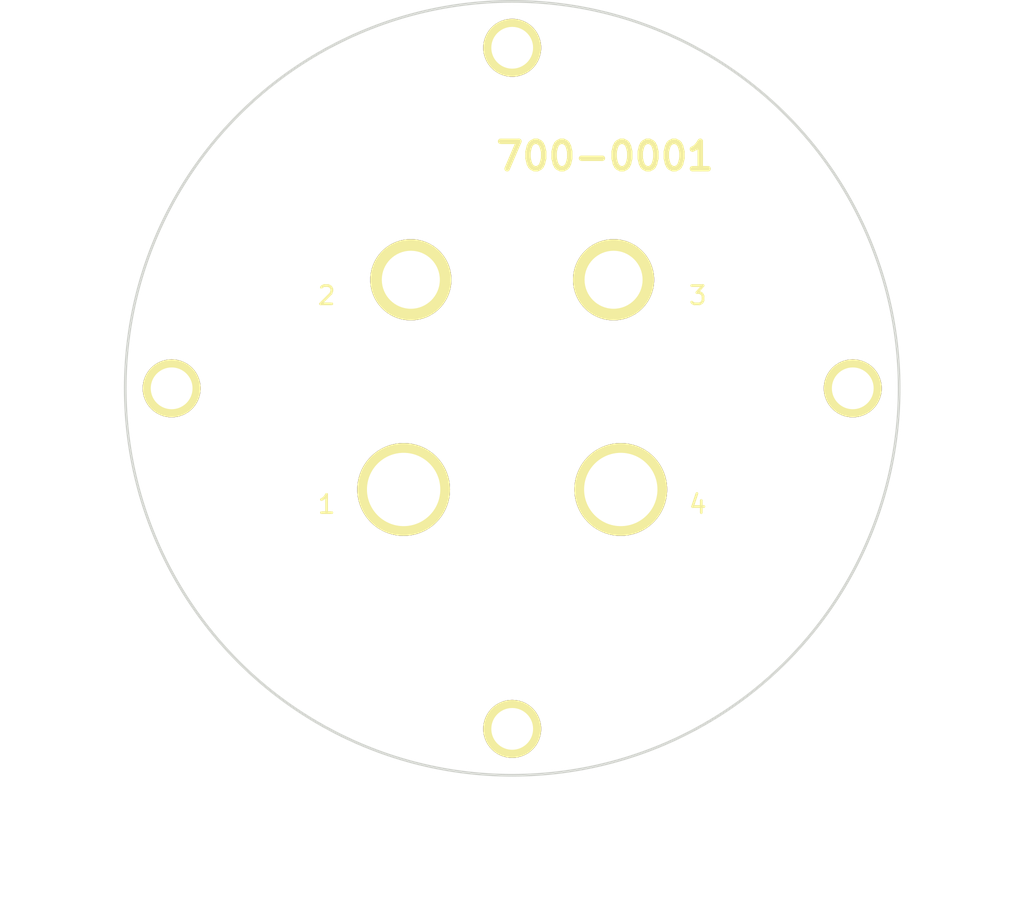
<source format=kicad_pcb>
(kicad_pcb (version 4) (host pcbnew 4.0.7)

  (general
    (links 0)
    (no_connects 0)
    (area 0 0 0 0)
    (thickness 1.6)
    (drawings 10)
    (tracks 0)
    (zones 0)
    (modules 8)
    (nets 1)
  )

  (page A)
  (title_block
    (title "UX4 Plug")
    (date 2018-02-16)
    (rev a)
  )

  (layers
    (0 F.Cu signal)
    (31 B.Cu signal)
    (32 B.Adhes user)
    (33 F.Adhes user)
    (34 B.Paste user)
    (35 F.Paste user)
    (36 B.SilkS user)
    (37 F.SilkS user)
    (38 B.Mask user)
    (39 F.Mask user)
    (40 Dwgs.User user)
    (41 Cmts.User user)
    (42 Eco1.User user)
    (43 Eco2.User user)
    (44 Edge.Cuts user)
    (45 Margin user)
    (46 B.CrtYd user)
    (47 F.CrtYd user)
    (48 B.Fab user)
    (49 F.Fab user)
  )

  (setup
    (last_trace_width 0.25)
    (trace_clearance 0.2)
    (zone_clearance 0.508)
    (zone_45_only no)
    (trace_min 0.2)
    (segment_width 0.2)
    (edge_width 0.15)
    (via_size 0.6)
    (via_drill 0.4)
    (via_min_size 0.4)
    (via_min_drill 0.3)
    (uvia_size 0.3)
    (uvia_drill 0.1)
    (uvias_allowed no)
    (uvia_min_size 0.2)
    (uvia_min_drill 0.1)
    (pcb_text_width 0.3)
    (pcb_text_size 1.5 1.5)
    (mod_edge_width 0.15)
    (mod_text_size 1 1)
    (mod_text_width 0.15)
    (pad_size 3.175 3.175)
    (pad_drill 2.286)
    (pad_to_mask_clearance 0.2)
    (aux_axis_origin 127 127)
    (visible_elements FFFFFF7F)
    (pcbplotparams
      (layerselection 0x00030_80000001)
      (usegerberextensions false)
      (excludeedgelayer true)
      (linewidth 0.100000)
      (plotframeref false)
      (viasonmask false)
      (mode 1)
      (useauxorigin false)
      (hpglpennumber 1)
      (hpglpenspeed 20)
      (hpglpendiameter 15)
      (hpglpenoverlay 2)
      (psnegative false)
      (psa4output false)
      (plotreference true)
      (plotvalue true)
      (plotinvisibletext false)
      (padsonsilk false)
      (subtractmaskfromsilk false)
      (outputformat 1)
      (mirror false)
      (drillshape 1)
      (scaleselection 1)
      (outputdirectory ""))
  )

  (net 0 "")

  (net_class Default "This is the default net class."
    (clearance 0.2)
    (trace_width 0.25)
    (via_dia 0.6)
    (via_drill 0.4)
    (uvia_dia 0.3)
    (uvia_drill 0.1)
  )

  (module FootPrints:PAD (layer F.Cu) (tedit 5A87544A) (tstamp 5A871F30)
    (at 121.285 132.7404)
    (fp_text reference 1 (at -4.445 0.6096) (layer F.SilkS)
      (effects (font (size 1 1) (thickness 0.15)))
    )
    (fp_text value PAD (at 0 2.04) (layer F.Fab) hide
      (effects (font (size 1 1) (thickness 0.15)))
    )
    (pad 1 thru_hole circle (at -0.2286 -0.2032) (size 5.08 5.08) (drill 4.0132) (layers *.Cu *.Mask F.SilkS))
  )

  (module FootPrints:PAD (layer F.Cu) (tedit 5A87542B) (tstamp 5A872A2B)
    (at 132.9436 132.5372)
    (fp_text reference 4 (at 4.2164 0.8128) (layer F.SilkS)
      (effects (font (size 1 1) (thickness 0.15)))
    )
    (fp_text value PAD (at 0 2.04) (layer F.Fab) hide
      (effects (font (size 1 1) (thickness 0.15)))
    )
    (pad 1 thru_hole circle (at 0 0) (size 5.08 5.08) (drill 4.0132) (layers *.Cu *.Mask F.SilkS))
  )

  (module FootPrints:PAD (layer F.Cu) (tedit 5A875432) (tstamp 5A874D9E)
    (at 132.715 121.285)
    (fp_text reference 3 (at 4.445 0.635) (layer F.SilkS)
      (effects (font (size 1 1) (thickness 0.15)))
    )
    (fp_text value PAD (at 0 2.04) (layer F.Fab) hide
      (effects (font (size 1 1) (thickness 0.15)))
    )
    (pad 1 thru_hole circle (at -0.1651 -0.2286) (size 4.445 4.445) (drill 3.175) (layers *.Cu *.Mask F.SilkS))
  )

  (module FootPrints:PAD (layer F.Cu) (tedit 5A87543D) (tstamp 5A874DAF)
    (at 121.4755 121.0945)
    (fp_text reference 2 (at -4.6355 0.8255) (layer F.SilkS)
      (effects (font (size 1 1) (thickness 0.15)))
    )
    (fp_text value PAD (at 0 2.04) (layer F.Fab) hide
      (effects (font (size 1 1) (thickness 0.15)))
    )
    (pad 1 thru_hole circle (at -0.0254 -0.0381) (size 4.445 4.445) (drill 3.175) (layers *.Cu *.Mask F.SilkS))
  )

  (module FootPrints:PAD (layer F.Cu) (tedit 5A875420) (tstamp 5A8750DD)
    (at 145.6436 127)
    (fp_text reference REF** (at 13.1064 -15.24) (layer F.SilkS) hide
      (effects (font (size 1 1) (thickness 0.15)))
    )
    (fp_text value PAD (at 0 2.04) (layer F.Fab) hide
      (effects (font (size 1 1) (thickness 0.15)))
    )
    (pad 1 thru_hole circle (at 0 0) (size 3.175 3.175) (drill 2.286) (layers *.Cu *.Mask F.SilkS))
  )

  (module FootPrints:PAD (layer F.Cu) (tedit 5A875416) (tstamp 5A8750E8)
    (at 127 145.6436)
    (fp_text reference REF** (at 31.75 -41.5036) (layer F.SilkS) hide
      (effects (font (size 1 1) (thickness 0.15)))
    )
    (fp_text value PAD (at 0 2.04) (layer F.Fab) hide
      (effects (font (size 1 1) (thickness 0.15)))
    )
    (pad 1 thru_hole circle (at 0 0) (size 3.175 3.175) (drill 2.286) (layers *.Cu *.Mask F.SilkS))
  )

  (module FootPrints:PAD (layer F.Cu) (tedit 5A8753F7) (tstamp 5A8750F1)
    (at 108.3564 127)
    (fp_text reference REF** (at 50.3936 -17.78) (layer F.SilkS) hide
      (effects (font (size 1 1) (thickness 0.15)))
    )
    (fp_text value PAD (at 0 2.04) (layer F.Fab) hide
      (effects (font (size 1 1) (thickness 0.15)))
    )
    (pad 1 thru_hole circle (at 0 0) (size 3.175 3.175) (drill 2.286) (layers *.Cu *.Mask F.SilkS))
  )

  (module FootPrints:PAD (layer F.Cu) (tedit 5A8753EE) (tstamp 5A8750FA)
    (at 127 108.3564)
    (fp_text reference REF** (at 31.75 -1.6764) (layer F.SilkS) hide
      (effects (font (size 1 1) (thickness 0.15)))
    )
    (fp_text value PAD (at 0 2.04) (layer F.Fab) hide
      (effects (font (size 1 1) (thickness 0.15)))
    )
    (pad 1 thru_hole circle (at 0 0) (size 3.175 3.175) (drill 2.286) (layers *.Cu *.Mask F.SilkS))
  )

  (gr_text 700-0001 (at 132.08 114.3) (layer F.SilkS)
    (effects (font (size 1.5 1.5) (thickness 0.3)))
  )
  (gr_circle (center 127 127) (end 145.6436 128.27) (layer F.Fab) (width 0.2))
  (gr_circle (center 127 127) (end 148.1836 127) (layer Edge.Cuts) (width 0.15))
  (gr_line (start 132.5499 127) (end 132.5499 117.475) (angle 90) (layer F.Fab) (width 0.2))
  (gr_line (start 121.4501 126.8984) (end 121.4501 113.9444) (angle 90) (layer F.Fab) (width 0.2))
  (gr_line (start 121.0564 127) (end 121.0564 139.7) (angle 90) (layer F.Fab) (width 0.2))
  (gr_line (start 132.9436 127) (end 132.9436 137.16) (angle 90) (layer F.Fab) (width 0.2))
  (gr_line (start 127 106.68) (end 127 154.94) (angle 90) (layer F.Fab) (width 0.2))
  (gr_line (start 99.06 127) (end 154.94 127) (angle 90) (layer F.Fab) (width 0.2))
  (gr_circle (center 127 127) (end 135.128 127) (layer F.Fab) (width 0.2))

)

</source>
